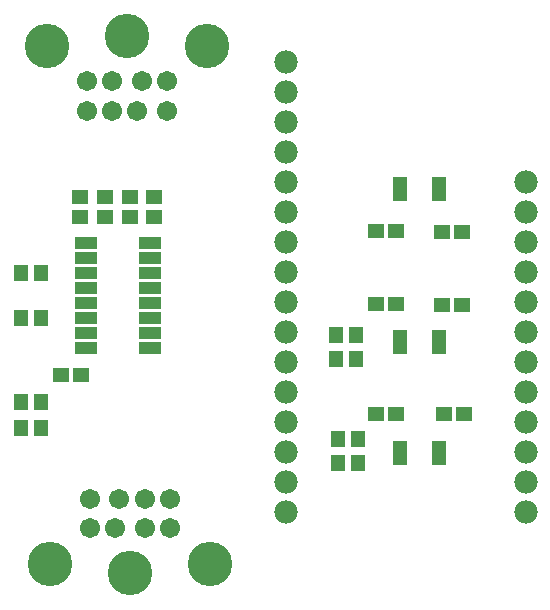
<source format=gbr>
G04 EAGLE Gerber RS-274X export*
G75*
%MOMM*%
%FSLAX34Y34*%
%LPD*%
%INSoldermask Top*%
%IPPOS*%
%AMOC8*
5,1,8,0,0,1.08239X$1,22.5*%
G01*
%ADD10C,1.712800*%
%ADD11C,3.767800*%
%ADD12R,1.304800X0.604800*%
%ADD13C,1.981200*%
%ADD14R,1.854800X1.004800*%
%ADD15R,1.404800X1.304800*%
%ADD16R,1.304800X1.404800*%


D10*
X134920Y85040D03*
X108920Y85040D03*
X155920Y85040D03*
X134920Y110040D03*
X87920Y85040D03*
X155920Y110040D03*
X112920Y110040D03*
X87920Y110040D03*
D11*
X121920Y47040D03*
X189420Y55040D03*
X54420Y55040D03*
D12*
X383530Y364610D03*
X383530Y369610D03*
X383530Y374610D03*
X383530Y379610D03*
X350530Y379610D03*
X350530Y374610D03*
X350530Y369610D03*
X350530Y364610D03*
D13*
X254000Y99060D03*
X254000Y124460D03*
X254000Y149860D03*
X254000Y175260D03*
X254000Y200660D03*
X254000Y226060D03*
X254000Y251460D03*
X254000Y276860D03*
X254000Y302260D03*
X254000Y327660D03*
X254000Y353060D03*
X254000Y378460D03*
X254000Y403860D03*
X254000Y429260D03*
X254000Y454660D03*
X254000Y480060D03*
X457200Y378460D03*
X457200Y353060D03*
X457200Y327660D03*
X457200Y302260D03*
X457200Y276860D03*
X457200Y251460D03*
X457200Y226060D03*
X457200Y200660D03*
X457200Y175260D03*
X457200Y149860D03*
X457200Y124460D03*
X457200Y99060D03*
D10*
X106380Y463600D03*
X132380Y463600D03*
X85380Y463600D03*
X106380Y438600D03*
X153380Y463600D03*
X85380Y438600D03*
X128380Y438600D03*
X153380Y438600D03*
D11*
X119380Y501600D03*
X51880Y493600D03*
X186880Y493600D03*
D14*
X139010Y237490D03*
X139010Y250190D03*
X139010Y262890D03*
X139010Y275590D03*
X139010Y288290D03*
X139010Y300990D03*
X139010Y313690D03*
X139010Y326390D03*
X84510Y326390D03*
X84510Y313690D03*
X84510Y300990D03*
X84510Y288290D03*
X84510Y275590D03*
X84510Y262890D03*
X84510Y250190D03*
X84510Y237490D03*
D12*
X350530Y156344D03*
X350530Y151344D03*
X350530Y146344D03*
X350530Y141344D03*
X383530Y141344D03*
X383530Y146344D03*
X383530Y151344D03*
X383530Y156344D03*
D15*
X347590Y336804D03*
X330590Y336804D03*
X386470Y336042D03*
X403470Y336042D03*
X80890Y214630D03*
X63890Y214630D03*
X347590Y181864D03*
X330590Y181864D03*
X387740Y181864D03*
X404740Y181864D03*
D16*
X298332Y160782D03*
X315332Y160782D03*
D12*
X350530Y250070D03*
X350530Y245070D03*
X350530Y240070D03*
X350530Y235070D03*
X383530Y235070D03*
X383530Y240070D03*
X383530Y245070D03*
X383530Y250070D03*
D16*
X298332Y140208D03*
X315332Y140208D03*
X296300Y248920D03*
X313300Y248920D03*
X296300Y228346D03*
X313300Y228346D03*
D15*
X347590Y275336D03*
X330590Y275336D03*
X386470Y274320D03*
X403470Y274320D03*
D16*
X29600Y170180D03*
X46600Y170180D03*
X29600Y262890D03*
X46600Y262890D03*
X29600Y300990D03*
X46600Y300990D03*
X29600Y191770D03*
X46600Y191770D03*
D15*
X121666Y348370D03*
X121666Y365370D03*
X142748Y348370D03*
X142748Y365370D03*
X79756Y348370D03*
X79756Y365370D03*
X100584Y348370D03*
X100584Y365370D03*
M02*

</source>
